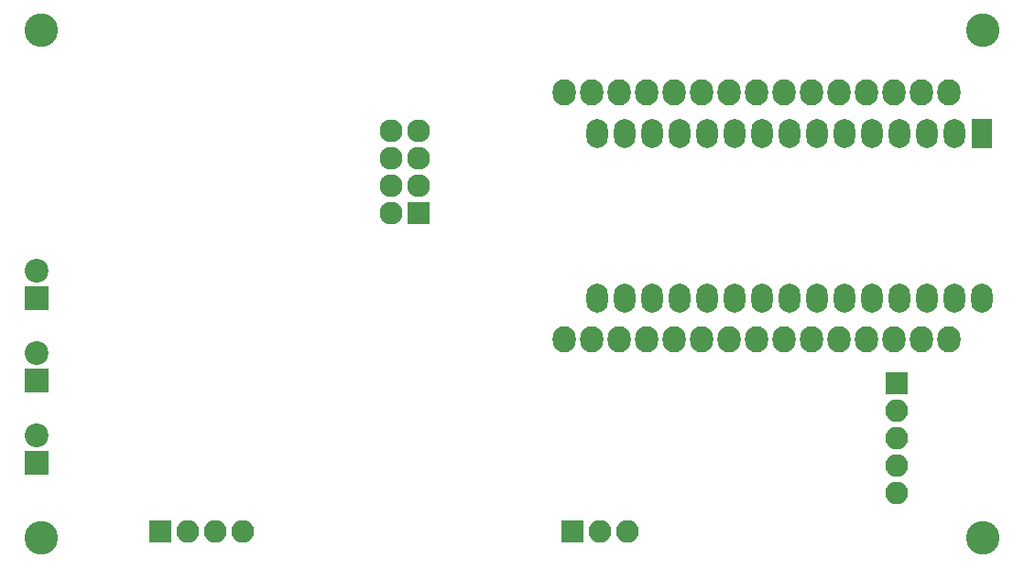
<source format=gbs>
G04 #@! TF.FileFunction,Soldermask,Bot*
%FSLAX46Y46*%
G04 Gerber Fmt 4.6, Leading zero omitted, Abs format (unit mm)*
G04 Created by KiCad (PCBNEW 4.0.2-stable) date 24.04.2017 00:03:25*
%MOMM*%
G01*
G04 APERTURE LIST*
%ADD10C,0.100000*%
%ADD11O,2.127200X2.127200*%
%ADD12R,2.127200X2.127200*%
%ADD13R,1.974800X2.686000*%
%ADD14O,1.974800X2.686000*%
%ADD15R,2.100000X2.100000*%
%ADD16O,2.100000X2.100000*%
%ADD17C,3.100000*%
%ADD18R,2.200000X2.200000*%
%ADD19C,2.200000*%
%ADD20O,2.127200X2.432000*%
G04 APERTURE END LIST*
D10*
D11*
X178816000Y-68326000D03*
X176276000Y-68326000D03*
X178816000Y-70866000D03*
X176276000Y-70866000D03*
X178816000Y-73406000D03*
X176276000Y-73406000D03*
D12*
X178816000Y-75946000D03*
D11*
X176276000Y-75946000D03*
D13*
X230886000Y-68580000D03*
D14*
X228346000Y-68580000D03*
X225806000Y-68580000D03*
X223266000Y-68580000D03*
X220726000Y-68580000D03*
X218186000Y-68580000D03*
X215646000Y-68580000D03*
X213106000Y-68580000D03*
X210566000Y-68580000D03*
X208026000Y-68580000D03*
X205486000Y-68580000D03*
X202946000Y-68580000D03*
X200406000Y-68580000D03*
X197866000Y-68580000D03*
X195326000Y-68580000D03*
X195326000Y-83820000D03*
X197866000Y-83820000D03*
X200406000Y-83820000D03*
X202946000Y-83820000D03*
X205486000Y-83820000D03*
X208026000Y-83820000D03*
X210566000Y-83820000D03*
X213106000Y-83820000D03*
X215646000Y-83820000D03*
X218186000Y-83820000D03*
X220726000Y-83820000D03*
X223266000Y-83820000D03*
X225806000Y-83820000D03*
X228346000Y-83820000D03*
X230886000Y-83820000D03*
D15*
X223012000Y-91694000D03*
D16*
X223012000Y-94234000D03*
X223012000Y-96774000D03*
X223012000Y-99314000D03*
X223012000Y-101854000D03*
D15*
X193040000Y-105410000D03*
D16*
X195580000Y-105410000D03*
X198120000Y-105410000D03*
D15*
X154940000Y-105410000D03*
D16*
X157480000Y-105410000D03*
X160020000Y-105410000D03*
X162560000Y-105410000D03*
D17*
X144000000Y-59000000D03*
X231000000Y-59000000D03*
X144000000Y-106000000D03*
X231000000Y-106000000D03*
D18*
X143510000Y-99060000D03*
D19*
X143510000Y-96520000D03*
D18*
X143510000Y-91440000D03*
D19*
X143510000Y-88900000D03*
D18*
X143510000Y-83820000D03*
D19*
X143510000Y-81280000D03*
D20*
X192278000Y-87630000D03*
X194818000Y-87630000D03*
X197358000Y-87630000D03*
X199898000Y-87630000D03*
X202438000Y-87630000D03*
X204978000Y-87630000D03*
X207518000Y-87630000D03*
X210058000Y-87630000D03*
X212598000Y-87630000D03*
X215138000Y-87630000D03*
X217678000Y-87630000D03*
X220218000Y-87630000D03*
X222758000Y-87630000D03*
X225298000Y-87630000D03*
X227838000Y-87630000D03*
X192278000Y-64770000D03*
X222758000Y-64770000D03*
X225298000Y-64770000D03*
X220218000Y-64770000D03*
X204978000Y-64770000D03*
X202438000Y-64770000D03*
X207518000Y-64770000D03*
X227838000Y-64770000D03*
X212598000Y-64770000D03*
X210058000Y-64770000D03*
X215138000Y-64770000D03*
X217678000Y-64770000D03*
X197358000Y-64770000D03*
X199898000Y-64770000D03*
X194818000Y-64770000D03*
M02*

</source>
